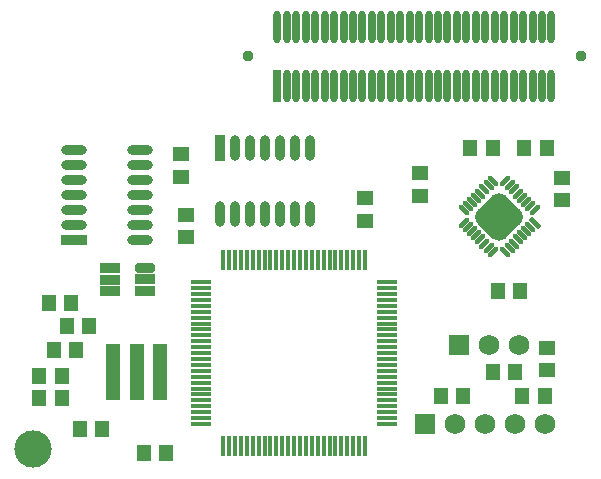
<source format=gbs>
G04 Rezonit PCAD EXPORT*
G04 layer position = 3*
G04 layer base position = 3*
G04 layer type = 9*
G04 layer flash color = 8*
G04 layer line color = 9*
G04*
G04  File:            M_RPL_9092_R2.GBS, Wed Nov 08 12:16:35 2023*
G04  Source:          P-CAD 2006 PCB, Version 19.02.958, (S:\Ïðîåêòû\GIT\R_DX_DXE_âçðûâîçàùèùåííûé_ïóëüò\Pcb\Pcad\M_Rpl_9092_r2.pcb)*
G04  Format:          Gerber Format (RS-274-D), ASCII*
G04*
G04  Format Options:  Absolute Positioning*
G04                   Leading-Zero Suppression*
G04                   Scale Factor 1:1*
G04                   NO Circular Interpolation*
G04                   Millimeter Units*
G04                   Numeric Format: 4.4 (XXXX.XXXX)*
G04                   G54 NOT Used for Aperture Change*
G04                   Apertures Embedded*
G04*
G04  File Options:    Offset = (0.000mm,0.000mm)*
G04                   Drill Symbol Size = 0.000mm*
G04                   No Pad/Via Holes*
G04*
G04  File Contents:   Pads*
G04                   No Vias*
G04                   No Designators*
G04                   No Types*
G04                   No Values*
G04                   No Drill Symbols*
G04                   Bot Mask*
G04*
%INM_RPL_9092_R2.GBS*%
%ICAS*%
%MOMM*%
G04*
G04  Aperture MACROs for general use --- invoked via D-code assignment *
G04*
G04  General MACRO for flashed round with rotation and/or offset hole *
%AMROTOFFROUND*
1,1,$1,0.0000,0.0000*
1,0,$2,$3,$4*%
G04*
G04  General MACRO for flashed oval (obround) with rotation and/or offset hole *
%AMROTOFFOVAL*
21,1,$1,$2,0.0000,0.0000,$3*
1,1,$4,$5,$6*
1,1,$4,0-$5,0-$6*
1,0,$7,$8,$9*%
G04*
G04  General MACRO for flashed oval (obround) with rotation and no hole *
%AMROTOVALNOHOLE*
21,1,$1,$2,0.0000,0.0000,$3*
1,1,$4,$5,$6*
1,1,$4,0-$5,0-$6*%
G04*
G04  General MACRO for flashed rectangle with rotation and/or offset hole *
%AMROTOFFRECT*
21,1,$1,$2,0.0000,0.0000,$3*
1,0,$4,$5,$6*%
G04*
G04  General MACRO for flashed rectangle with rotation and no hole *
%AMROTRECTNOHOLE*
21,1,$1,$2,0.0000,0.0000,$3*%
G04*
G04  General MACRO for flashed rounded-rectangle *
%AMROUNDRECT*
21,1,$1,$2-$4,0.0000,0.0000,$3*
21,1,$1-$4,$2,0.0000,0.0000,$3*
1,1,$4,$5,$6*
1,1,$4,$7,$8*
1,1,$4,0-$5,0-$6*
1,1,$4,0-$7,0-$8*
1,0,$9,$10,$11*%
G04*
G04  General MACRO for flashed rounded-rectangle with rotation and no hole *
%AMROUNDRECTNOHOLE*
21,1,$1,$2-$4,0.0000,0.0000,$3*
21,1,$1-$4,$2,0.0000,0.0000,$3*
1,1,$4,$5,$6*
1,1,$4,$7,$8*
1,1,$4,0-$5,0-$6*
1,1,$4,0-$7,0-$8*%
G04*
G04  General MACRO for flashed regular polygon *
%AMREGPOLY*
5,1,$1,0.0000,0.0000,$2,$3+$4*
1,0,$5,$6,$7*%
G04*
G04  General MACRO for flashed regular polygon with no hole *
%AMREGPOLYNOHOLE*
5,1,$1,0.0000,0.0000,$2,$3+$4*%
G04*
G04  General MACRO for target *
%AMTARGET*
6,0,0,$1,$2,$3,4,$4,$5,$6*%
G04*
G04  General MACRO for mounting hole *
%AMMTHOLE*
1,1,$1,0,0*
1,0,$2,0,0*
$1=$1-$2*
$1=$1/2*
21,1,$2+$1,$3,0,0,$4*
21,1,$3,$2+$1,0,0,$4*%
G04*
G04*
G04  D10 : "Ellipse X0.001mm Y0.001mm H0.000mm 0.0deg (0.000mm,0.000mm) Draw"*
G04  Disc: OuterDia=0.0010*
%ADD10C, 0.0010*%
G04  D11 : "Ellipse X0.254mm Y0.254mm H0.000mm 0.0deg (0.000mm,0.000mm) Draw"*
G04  Disc: OuterDia=0.2540*
%ADD11C, 0.2540*%
G04  D12 : "Ellipse X0.381mm Y0.381mm H0.000mm 0.0deg (0.000mm,0.000mm) Draw"*
G04  Disc: OuterDia=0.3810*
%ADD12C, 0.3810*%
G04  D13 : "Ellipse X0.400mm Y0.400mm H0.000mm 0.0deg (0.000mm,0.000mm) Draw"*
G04  Disc: OuterDia=0.4000*
%ADD13C, 0.4000*%
G04  D14 : "Ellipse X0.100mm Y0.100mm H0.000mm 0.0deg (0.000mm,0.000mm) Draw"*
G04  Disc: OuterDia=0.1000*
%ADD14C, 0.1000*%
G04  D15 : "Ellipse X1.000mm Y1.000mm H0.000mm 0.0deg (0.000mm,0.000mm) Draw"*
G04  Disc: OuterDia=1.0000*
%ADD15C, 1.0000*%
G04  D16 : "Ellipse X0.127mm Y0.127mm H0.000mm 0.0deg (0.000mm,0.000mm) Draw"*
G04  Disc: OuterDia=0.1270*
%ADD16C, 0.1270*%
G04  D17 : "Ellipse X0.150mm Y0.150mm H0.000mm 0.0deg (0.000mm,0.000mm) Draw"*
G04  Disc: OuterDia=0.1500*
%ADD17C, 0.1500*%
G04  D18 : "Ellipse X0.154mm Y0.154mm H0.000mm 0.0deg (0.000mm,0.000mm) Draw"*
G04  Disc: OuterDia=0.1540*
%ADD18C, 0.1540*%
G04  D19 : "Ellipse X0.200mm Y0.200mm H0.000mm 0.0deg (0.000mm,0.000mm) Draw"*
G04  Disc: OuterDia=0.2000*
%ADD19C, 0.2000*%
G04  D20 : "Ellipse X0.250mm Y0.250mm H0.000mm 0.0deg (0.000mm,0.000mm) Draw"*
G04  Disc: OuterDia=0.2500*
%ADD20C, 0.2500*%
G04  D21 : "Ellipse X3.152mm Y3.152mm H0.000mm 0.0deg (0.000mm,0.000mm) Flash"*
G04  Disc: OuterDia=3.1520*
%ADD21C, 3.1520*%
G04  D22 : "Ellipse X0.952mm Y0.952mm H0.000mm 0.0deg (0.000mm,0.000mm) Flash"*
G04  Disc: OuterDia=0.9520*
%ADD22C, 0.9520*%
G04  D23 : "Ellipse X1.524mm Y1.524mm H0.000mm 0.0deg (0.000mm,0.000mm) Flash"*
G04  Disc: OuterDia=1.5240*
%ADD23C, 1.5240*%
G04  D24 : "Ellipse X1.600mm Y1.600mm H0.000mm 0.0deg (0.000mm,0.000mm) Flash"*
G04  Disc: OuterDia=1.6000*
%ADD24C, 1.6000*%
G04  D25 : "Ellipse X1.676mm Y1.676mm H0.000mm 0.0deg (0.000mm,0.000mm) Flash"*
G04  Disc: OuterDia=1.6760*
%ADD25C, 1.6760*%
G04  D26 : "Ellipse X1.752mm Y1.752mm H0.000mm 0.0deg (0.000mm,0.000mm) Flash"*
G04  Disc: OuterDia=1.7520*
%ADD26C, 1.7520*%
G04  D27 : "Mounting Hole X3.000mm Y3.000mm H0.000mm 0.0deg (0.000mm,0.000mm) Flash"*
G04  Mounting Hole: Diameter=3.0000, Rotation=0.0, LineWidth=0.1270 *
%ADD27MTHOLE, 3.0000 X2.4920 X0.1270 X0.0*%
G04  D28 : "Mounting Hole X0.800mm Y0.800mm H0.000mm 0.0deg (0.000mm,0.000mm) Flash"*
G04  Mounting Hole: Diameter=0.8000, Rotation=0.0, LineWidth=0.1270 *
%ADD28MTHOLE, 0.8000 X0.2920 X0.1270 X0.0*%
G04  D29 : "Oval X0.500mm Y2.600mm H0.000mm 0.0deg (0.000mm,0.000mm) Flash"*
G04  Obround: DimX=0.5000, DimY=2.6000, Rotation=0.0, OffsetX=0.0000, OffsetY=0.0000, HoleDia=0.0000 *
%ADD29O, 0.5000 X2.6000*%
G04  D30 : "Oval X0.652mm Y2.752mm H0.000mm 0.0deg (0.000mm,0.000mm) Flash"*
G04  Obround: DimX=0.6520, DimY=2.7520, Rotation=0.0, OffsetX=0.0000, OffsetY=0.0000, HoleDia=0.0000 *
%ADD30O, 0.6520 X2.7520*%
G04  D31 : "Oval X0.280mm Y1.000mm H0.000mm 135.0deg (0.000mm,0.000mm) Flash"*
G04  Obround: DimX=0.2800, DimY=1.0000, Rotation=135.0, OffsetX=0.0000, OffsetY=0.0000, HoleDia=0.0000 *
%ADD31ROTOVALNOHOLE, 0.2800 X0.7200 X135.0 X0.2800 X0.2546 X0.2546*%
G04  D32 : "Oval X0.280mm Y1.000mm H0.000mm 225.0deg (0.000mm,0.000mm) Flash"*
G04  Obround: DimX=0.2800, DimY=1.0000, Rotation=225.0, OffsetX=0.0000, OffsetY=0.0000, HoleDia=0.0000 *
%ADD32ROTOVALNOHOLE, 0.2800 X0.7200 X225.0 X0.2800 X-0.2546 X0.2546*%
G04  D33 : "Oval X0.432mm Y1.152mm H0.000mm 135.0deg (0.000mm,0.000mm) Flash"*
G04  Obround: DimX=0.4320, DimY=1.1520, Rotation=135.0, OffsetX=0.0000, OffsetY=0.0000, HoleDia=0.0000 *
%ADD33ROTOVALNOHOLE, 0.4320 X0.7200 X135.0 X0.4320 X0.2546 X0.2546*%
G04  D34 : "Oval X0.432mm Y1.152mm H0.000mm 225.0deg (0.000mm,0.000mm) Flash"*
G04  Obround: DimX=0.4320, DimY=1.1520, Rotation=225.0, OffsetX=0.0000, OffsetY=0.0000, HoleDia=0.0000 *
%ADD34ROTOVALNOHOLE, 0.4320 X0.7200 X225.0 X0.4320 X-0.2546 X0.2546*%
G04  D35 : "Oval X2.032mm Y0.660mm H0.000mm 0.0deg (0.000mm,0.000mm) Flash"*
G04  Obround: DimX=2.0320, DimY=0.6604, Rotation=0.0, OffsetX=0.0000, OffsetY=0.0000, HoleDia=0.0000 *
%ADD35O, 2.0320 X0.6604*%
G04  D36 : "Oval X0.660mm Y2.032mm H0.000mm 0.0deg (0.000mm,0.000mm) Flash"*
G04  Obround: DimX=0.6604, DimY=2.0320, Rotation=0.0, OffsetX=0.0000, OffsetY=0.0000, HoleDia=0.0000 *
%ADD36O, 0.6604 X2.0320*%
G04  D37 : "Oval X2.184mm Y0.812mm H0.000mm 0.0deg (0.000mm,0.000mm) Flash"*
G04  Obround: DimX=2.1840, DimY=0.8124, Rotation=0.0, OffsetX=0.0000, OffsetY=0.0000, HoleDia=0.0000 *
%ADD37O, 2.1840 X0.8124*%
G04  D38 : "Oval X0.812mm Y2.184mm H0.000mm 0.0deg (0.000mm,0.000mm) Flash"*
G04  Obround: DimX=0.8124, DimY=2.1840, Rotation=0.0, OffsetX=0.0000, OffsetY=0.0000, HoleDia=0.0000 *
%ADD38O, 0.8124 X2.1840*%
G04  D39 : "Rounded Rectangle X3.200mm Y3.200mm H0.000mm 225.0deg (0.000mm,0.000mm) Flash"*
G04  RoundRct: DimX=3.2000, DimY=3.2000, CornerRad=0.8000, Rotation=225.0, OffsetX=0.0000, OffsetY=0.0000, HoleDia=0.0000 *
%ADD39ROUNDRECTNOHOLE, 3.2000 X3.2000 X225.0 X1.6000 X0.0000 X1.1314 X1.1314 X-0.0000*%
G04  D40 : "Rounded Rectangle X3.352mm Y3.352mm H0.000mm 225.0deg (0.000mm,0.000mm) Flash"*
G04  RoundRct: DimX=3.3520, DimY=3.3520, CornerRad=0.8380, Rotation=225.0, OffsetX=0.0000, OffsetY=0.0000, HoleDia=0.0000 *
%ADD40ROUNDRECTNOHOLE, 3.3520 X3.3520 X225.0 X1.6760 X0.0000 X1.1851 X1.1851 X-0.0000*%
G04  D41 : "Rounded Rectangle X1.500mm Y0.660mm H0.000mm 0.0deg (0.000mm,0.000mm) Flash"*
G04  RoundRct: DimX=1.5000, DimY=0.6604, CornerRad=0.1651, Rotation=0.0, OffsetX=0.0000, OffsetY=0.0000, HoleDia=0.0000 *
%ADD41ROUNDRECTNOHOLE, 1.5000 X0.6604 X0.0 X0.3302 X-0.5849 X-0.1651 X-0.5849 X0.1651*%
G04  D42 : "Rounded Rectangle X1.652mm Y0.812mm H0.000mm 0.0deg (0.000mm,0.000mm) Flash"*
G04  RoundRct: DimX=1.6520, DimY=0.8124, CornerRad=0.2031, Rotation=0.0, OffsetX=0.0000, OffsetY=0.0000, HoleDia=0.0000 *
%ADD42ROUNDRECTNOHOLE, 1.6520 X0.8124 X0.0 X0.4062 X-0.6229 X-0.2031 X-0.6229 X0.2031*%
G04  D43 : "Rectangle X0.500mm Y2.600mm H0.000mm 0.0deg (0.000mm,0.000mm) Flash"*
G04  Rectangular: DimX=0.5000, DimY=2.6000, Rotation=0.0, OffsetX=0.0000, OffsetY=0.0000, HoleDia=0.0000 *
%ADD43R, 0.5000 X2.6000*%
G04  D44 : "Rectangle X0.652mm Y2.752mm H0.000mm 0.0deg (0.000mm,0.000mm) Flash"*
G04  Rectangular: DimX=0.6520, DimY=2.7520, Rotation=0.0, OffsetX=0.0000, OffsetY=0.0000, HoleDia=0.0000 *
%ADD44R, 0.6520 X2.7520*%
G04  D45 : "Rectangle X0.280mm Y1.000mm H0.000mm 225.0deg (0.000mm,0.000mm) Flash"*
G04  Rectangular: DimX=0.2800, DimY=1.0000, Rotation=225.0, OffsetX=0.0000, OffsetY=0.0000, HoleDia=0.0000 *
%ADD45ROTRECTNOHOLE, 0.2800 X1.0000 X225.0*%
G04  D46 : "Rectangle X2.150mm Y3.500mm H0.000mm 0.0deg (0.000mm,0.000mm) Flash"*
G04  Rectangular: DimX=2.1500, DimY=3.5000, Rotation=0.0, OffsetX=0.0000, OffsetY=0.0000, HoleDia=0.0000 *
%ADD46R, 2.1500 X3.5000*%
G04  D47 : "Rectangle X2.302mm Y3.652mm H0.000mm 0.0deg (0.000mm,0.000mm) Flash"*
G04  Rectangular: DimX=2.3020, DimY=3.6520, Rotation=0.0, OffsetX=0.0000, OffsetY=0.0000, HoleDia=0.0000 *
%ADD47R, 2.3020 X3.6520*%
G04  D48 : "Rectangle X0.402mm Y1.752mm H0.000mm 0.0deg (0.000mm,0.000mm) Flash"*
G04  Rectangular: DimX=0.4020, DimY=1.7520, Rotation=0.0, OffsetX=0.0000, OffsetY=0.0000, HoleDia=0.0000 *
%ADD48R, 0.4020 X1.7520*%
G04  D49 : "Rectangle X1.752mm Y0.402mm H0.000mm 0.0deg (0.000mm,0.000mm) Flash"*
G04  Rectangular: DimX=1.7520, DimY=0.4020, Rotation=0.0, OffsetX=0.0000, OffsetY=0.0000, HoleDia=0.0000 *
%ADD49R, 1.7520 X0.4020*%
G04  D50 : "Rectangle X0.432mm Y1.152mm H0.000mm 225.0deg (0.000mm,0.000mm) Flash"*
G04  Rectangular: DimX=0.4320, DimY=1.1520, Rotation=225.0, OffsetX=0.0000, OffsetY=0.0000, HoleDia=0.0000 *
%ADD50ROTRECTNOHOLE, 0.4320 X1.1520 X225.0*%
G04  D51 : "Rectangle X1.100mm Y4.600mm H0.000mm 0.0deg (0.000mm,0.000mm) Flash"*
G04  Rectangular: DimX=1.1000, DimY=4.6000, Rotation=0.0, OffsetX=0.0000, OffsetY=0.0000, HoleDia=0.0000 *
%ADD51R, 1.1000 X4.6000*%
G04  D52 : "Rectangle X1.252mm Y4.752mm H0.000mm 0.0deg (0.000mm,0.000mm) Flash"*
G04  Rectangular: DimX=1.2520, DimY=4.7520, Rotation=0.0, OffsetX=0.0000, OffsetY=0.0000, HoleDia=0.0000 *
%ADD52R, 1.2520 X4.7520*%
G04  D53 : "Rectangle X1.100mm Y1.200mm H0.000mm 0.0deg (0.000mm,0.000mm) Flash"*
G04  Rectangular: DimX=1.1000, DimY=1.2000, Rotation=0.0, OffsetX=0.0000, OffsetY=0.0000, HoleDia=0.0000 *
%ADD53R, 1.1000 X1.2000*%
G04  D54 : "Rectangle X1.200mm Y1.100mm H0.000mm 0.0deg (0.000mm,0.000mm) Flash"*
G04  Rectangular: DimX=1.2000, DimY=1.1000, Rotation=0.0, OffsetX=0.0000, OffsetY=0.0000, HoleDia=0.0000 *
%ADD54R, 1.2000 X1.1000*%
G04  D55 : "Rectangle X2.150mm Y1.100mm H0.000mm 0.0deg (0.000mm,0.000mm) Flash"*
G04  Rectangular: DimX=2.1500, DimY=1.1000, Rotation=0.0, OffsetX=0.0000, OffsetY=0.0000, HoleDia=0.0000 *
%ADD55R, 2.1500 X1.1000*%
G04  D56 : "Rectangle X2.150mm Y1.100mm H0.000mm 0.0deg (0.000mm,0.000mm) Flash"*
G04  Rectangular: DimX=2.1500, DimY=1.1000, Rotation=0.0, OffsetX=0.0000, OffsetY=0.0000, HoleDia=0.0000 *
%ADD56R, 2.1500 X1.1000*%
G04  D57 : "Rectangle X1.200mm Y1.200mm H0.000mm 0.0deg (0.000mm,0.000mm) Flash"*
G04  Square: Side=1.2000, Rotation=0.0, OffsetX=0.0000, OffsetY=0.0000, HoleDia=0.0000*
%ADD57R, 1.2000 X1.2000*%
G04  D58 : "Rectangle X1.252mm Y1.352mm H0.000mm 0.0deg (0.000mm,0.000mm) Flash"*
G04  Rectangular: DimX=1.2520, DimY=1.3520, Rotation=0.0, OffsetX=0.0000, OffsetY=0.0000, HoleDia=0.0000 *
%ADD58R, 1.2520 X1.3520*%
G04  D59 : "Rectangle X1.352mm Y1.252mm H0.000mm 0.0deg (0.000mm,0.000mm) Flash"*
G04  Rectangular: DimX=1.3520, DimY=1.2520, Rotation=0.0, OffsetX=0.0000, OffsetY=0.0000, HoleDia=0.0000 *
%ADD59R, 1.3520 X1.2520*%
G04  D60 : "Rectangle X2.302mm Y1.252mm H0.000mm 0.0deg (0.000mm,0.000mm) Flash"*
G04  Rectangular: DimX=2.3020, DimY=1.2520, Rotation=0.0, OffsetX=0.0000, OffsetY=0.0000, HoleDia=0.0000 *
%ADD60R, 2.3020 X1.2520*%
G04  D61 : "Rectangle X2.302mm Y1.252mm H0.000mm 0.0deg (0.000mm,0.000mm) Flash"*
G04  Rectangular: DimX=2.3020, DimY=1.2520, Rotation=0.0, OffsetX=0.0000, OffsetY=0.0000, HoleDia=0.0000 *
%ADD61R, 2.3020 X1.2520*%
G04  D62 : "Rectangle X1.352mm Y1.352mm H0.000mm 0.0deg (0.000mm,0.000mm) Flash"*
G04  Square: Side=1.3520, Rotation=0.0, OffsetX=0.0000, OffsetY=0.0000, HoleDia=0.0000*
%ADD62R, 1.3520 X1.3520*%
G04  D63 : "Rectangle X1.500mm Y0.660mm H0.000mm 0.0deg (0.000mm,0.000mm) Flash"*
G04  Rectangular: DimX=1.5000, DimY=0.6604, Rotation=0.0, OffsetX=0.0000, OffsetY=0.0000, HoleDia=0.0000 *
%ADD63R, 1.5000 X0.6604*%
G04  D64 : "Rectangle X1.600mm Y1.600mm H0.000mm 0.0deg (0.000mm,0.000mm) Flash"*
G04  Square: Side=1.6000, Rotation=0.0, OffsetX=0.0000, OffsetY=0.0000, HoleDia=0.0000*
%ADD64R, 1.6000 X1.6000*%
G04  D65 : "Rectangle X1.652mm Y0.812mm H0.000mm 0.0deg (0.000mm,0.000mm) Flash"*
G04  Rectangular: DimX=1.6520, DimY=0.8124, Rotation=0.0, OffsetX=0.0000, OffsetY=0.0000, HoleDia=0.0000 *
%ADD65R, 1.6520 X0.8124*%
G04  D66 : "Rectangle X1.752mm Y1.752mm H0.000mm 0.0deg (0.000mm,0.000mm) Flash"*
G04  Square: Side=1.7520, Rotation=0.0, OffsetX=0.0000, OffsetY=0.0000, HoleDia=0.0000*
%ADD66R, 1.7520 X1.7520*%
G04  D67 : "Rectangle X2.032mm Y0.660mm H0.000mm 0.0deg (0.000mm,0.000mm) Flash"*
G04  Rectangular: DimX=2.0320, DimY=0.6604, Rotation=0.0, OffsetX=0.0000, OffsetY=0.0000, HoleDia=0.0000 *
%ADD67R, 2.0320 X0.6604*%
G04  D68 : "Rectangle X0.660mm Y2.032mm H0.000mm 0.0deg (0.000mm,0.000mm) Flash"*
G04  Rectangular: DimX=0.6604, DimY=2.0320, Rotation=0.0, OffsetX=0.0000, OffsetY=0.0000, HoleDia=0.0000 *
%ADD68R, 0.6604 X2.0320*%
G04  D69 : "Rectangle X2.184mm Y0.812mm H0.000mm 0.0deg (0.000mm,0.000mm) Flash"*
G04  Rectangular: DimX=2.1840, DimY=0.8124, Rotation=0.0, OffsetX=0.0000, OffsetY=0.0000, HoleDia=0.0000 *
%ADD69R, 2.1840 X0.8124*%
G04  D70 : "Rectangle X0.812mm Y2.184mm H0.000mm 0.0deg (0.000mm,0.000mm) Flash"*
G04  Rectangular: DimX=0.8124, DimY=2.1840, Rotation=0.0, OffsetX=0.0000, OffsetY=0.0000, HoleDia=0.0000 *
%ADD70R, 0.8124 X2.1840*%
G04  D71 : "Rectangle X1.600mm Y2.200mm H0.000mm 0.0deg (0.000mm,0.000mm) Flash"*
G04  Rectangular: DimX=1.6000, DimY=2.2000, Rotation=0.0, OffsetX=0.0000, OffsetY=0.0000, HoleDia=0.0000 *
%ADD71R, 1.6000 X2.2000*%
G04  D72 : "Rectangle X0.250mm Y1.600mm H0.000mm 0.0deg (0.000mm,0.000mm) Flash"*
G04  Rectangular: DimX=0.2500, DimY=1.6000, Rotation=0.0, OffsetX=0.0000, OffsetY=0.0000, HoleDia=0.0000 *
%ADD72R, 0.2500 X1.6000*%
G04  D73 : "Rectangle X1.600mm Y0.250mm H0.000mm 0.0deg (0.000mm,0.000mm) Flash"*
G04  Rectangular: DimX=1.6000, DimY=0.2500, Rotation=0.0, OffsetX=0.0000, OffsetY=0.0000, HoleDia=0.0000 *
%ADD73R, 1.6000 X0.2500*%
G04  D74 : "Rectangle X1.800mm Y2.400mm H0.000mm 0.0deg (0.000mm,0.000mm) Flash"*
G04  Rectangular: DimX=1.8000, DimY=2.4000, Rotation=0.0, OffsetX=0.0000, OffsetY=0.0000, HoleDia=0.0000 *
%ADD74R, 1.8000 X2.4000*%
G04  D75 : "Ellipse X1.000mm Y1.000mm H0.000mm 0.0deg (0.000mm,0.000mm) Flash"*
G04  Disc: OuterDia=1.0000*
%ADD75C, 1.0000*%
G04  D76 : "Ellipse X1.152mm Y1.152mm H0.000mm 0.0deg (0.000mm,0.000mm) Flash"*
G04  Disc: OuterDia=1.1520*
%ADD76C, 1.1520*%
G04*
%FSLAX44Y44*%
%SFA1B1*%
%OFA0.000B0.000*%
G04*
G71*
G90*
G01*
D2*
%LNBot Mask*%
D21*
X6654000Y10154000D3*
D58*
X6678525Y10197000D3*
X6659525D3*
X6671475Y10238000D3*
X6690475D3*
X6747915Y10150280D3*
X6766915D3*
X6667475Y10278000D3*
X6686475D3*
D52*
X6741858Y10219272D3*
X6761858D3*
X6721858D3*
D65*
X6749000Y10288000D3*
Y10297500D3*
D42*
Y10307000D3*
D65*
X6719000Y10288000D3*
X6719028Y10297475D3*
X6719000Y10307000D3*
D58*
X7043475Y10219000D3*
X7062475D3*
D59*
X6982000Y10368475D3*
Y10387475D3*
X7102000Y10364475D3*
Y10383475D3*
D58*
X6693794Y10171044D3*
X6712794D3*
X6682475Y10258000D3*
X6701475D3*
D59*
X6779000Y10403525D3*
Y10384525D3*
D58*
X7088887Y10408775D3*
X7069887D3*
X6678525Y10216000D3*
X6659525D3*
D49*
X6796113Y10175174D3*
Y10180174D3*
Y10185174D3*
Y10190174D3*
Y10195174D3*
Y10200174D3*
Y10205174D3*
Y10210174D3*
Y10215174D3*
Y10220174D3*
Y10225174D3*
Y10230174D3*
X6954113Y10175174D3*
Y10180174D3*
Y10185174D3*
Y10190174D3*
Y10195174D3*
Y10200174D3*
Y10205174D3*
Y10210174D3*
Y10215174D3*
Y10220174D3*
Y10225174D3*
Y10230174D3*
X6796113Y10240174D3*
Y10245174D3*
Y10250174D3*
Y10255174D3*
Y10260174D3*
Y10265174D3*
Y10270174D3*
Y10275174D3*
Y10280174D3*
Y10285174D3*
Y10290174D3*
Y10295174D3*
X6954113Y10240174D3*
Y10245174D3*
Y10250174D3*
Y10255174D3*
Y10260174D3*
Y10265174D3*
Y10270174D3*
Y10275174D3*
Y10280174D3*
Y10285174D3*
Y10290174D3*
Y10295174D3*
D48*
X6815113Y10156174D3*
X6820113D3*
X6825113D3*
X6830113D3*
X6835113D3*
X6840113D3*
X6845113D3*
X6850113D3*
X6855113D3*
X6860113D3*
X6865113D3*
X6870113D3*
X6880113D3*
X6885113D3*
X6890113D3*
X6895113D3*
X6900113D3*
X6905113D3*
X6910113D3*
X6915113D3*
X6920113D3*
X6925113D3*
X6930113D3*
X6935113D3*
X6815113Y10314174D3*
X6820113D3*
X6825113D3*
X6830113D3*
X6835113D3*
X6840113D3*
X6845113D3*
X6850113D3*
X6855113D3*
X6860113D3*
X6865113D3*
X6870113D3*
X6880113D3*
X6885113D3*
X6890113D3*
X6895113D3*
X6900113D3*
X6905113D3*
X6910113D3*
X6915113D3*
X6920113D3*
X6925113D3*
X6930113D3*
X6935113D3*
X6875113Y10156174D3*
D49*
X6796113Y10235174D3*
X6954113D3*
D48*
X6875113Y10314174D3*
D58*
X7018525Y10199000D3*
X6999525D3*
D59*
X6784000Y10333475D3*
Y10352475D3*
X6935574Y10366068D3*
Y10347068D3*
D58*
X7068475Y10199000D3*
X7087475D3*
D59*
X7089000Y10220475D3*
Y10239475D3*
D38*
X6888200Y10409000D3*
X6850100D3*
X6862800D3*
X6875500D3*
X6824700D3*
D70*
X6812000D3*
D38*
X6888200Y10353120D3*
X6850100D3*
X6862800D3*
X6875500D3*
X6812000D3*
X6824700D3*
X6837400Y10409000D3*
Y10353120D3*
D26*
X7087600Y10175000D3*
X7062200D3*
X7011400D3*
D66*
X6986000D3*
D26*
X7036800D3*
X7065647Y10241980D3*
D66*
X7014847D3*
D26*
X7040247D3*
D58*
X7024459Y10408762D3*
X7043459D3*
X7047475Y10288000D3*
X7066475D3*
D33*
X7078715Y10356100D3*
X7075179Y10359635D3*
X7071644Y10363171D3*
X7061037Y10373778D3*
X7057501Y10377313D3*
X7053966Y10380849D3*
D34*
X7043359D3*
X7039824Y10377313D3*
X7036288Y10373778D3*
D33*
X7068108Y10366706D3*
X7064572Y10370242D3*
X7043359Y10320745D3*
X7039824Y10324280D3*
X7036288Y10327816D3*
X7025682Y10338422D3*
X7022146Y10341958D3*
X7018611Y10345493D3*
D34*
X7025682Y10363171D3*
X7022146Y10359635D3*
X7018611Y10356100D3*
D33*
X7032753Y10331351D3*
X7029217Y10334887D3*
D34*
X7075179Y10341958D3*
X7071644Y10338422D3*
D50*
X7078715Y10345493D3*
D34*
X7061037Y10327816D3*
X7057501Y10324280D3*
X7053966Y10320745D3*
X7032753Y10370242D3*
X7029217Y10366706D3*
D40*
X7048663Y10350797D3*
D34*
X7068108Y10334887D3*
X7064572Y10331351D3*
D44*
X6860999Y10461000D3*
D30*
X6884999D3*
X6892999D3*
X6876999D3*
X6868999D3*
D22*
X6836000Y10486400D3*
D30*
X6924999Y10461000D3*
X6916999D3*
X6908999D3*
X6940999D3*
X6932999D3*
X6956999D3*
X6964999D3*
X6948999D3*
X6996999D3*
X6988999D3*
X7004999D3*
X7012999D3*
X7036999D3*
X7044999D3*
X7028999D3*
X7020999D3*
X7076999D3*
X7068999D3*
X7060999D3*
X7092999D3*
X7084999D3*
D22*
X7118000Y10486400D3*
D30*
X6900999Y10461000D3*
X6980999D3*
X6972999D3*
X7052999D3*
X6860999Y10511000D3*
X6884999D3*
X6892999D3*
X6876999D3*
X6868999D3*
X6924999D3*
X6916999D3*
X6908999D3*
X6940999D3*
X6932999D3*
X6956999D3*
X6964999D3*
X6948999D3*
X6996999D3*
X6988999D3*
X7004999D3*
X7012999D3*
X7036999D3*
X7044999D3*
X7028999D3*
X7020999D3*
X7076999D3*
X7068999D3*
X7060999D3*
X7092999D3*
X7084999D3*
X6900999D3*
X6980999D3*
X6972999D3*
X7052999D3*
D37*
X6689000Y10407200D3*
Y10369100D3*
Y10381800D3*
Y10394500D3*
Y10343700D3*
D69*
Y10331000D3*
D37*
X6744880Y10407200D3*
Y10369100D3*
Y10381800D3*
Y10394500D3*
Y10331000D3*
Y10343700D3*
X6689000Y10356400D3*
X6744880D3*
D02M02*

</source>
